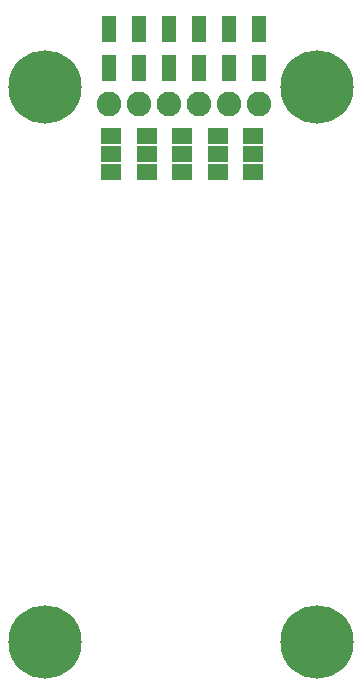
<source format=gts>
G75*
%MOIN*%
%OFA0B0*%
%FSLAX24Y24*%
%IPPOS*%
%LPD*%
%AMOC8*
5,1,8,0,0,1.08239X$1,22.5*
%
%ADD10R,0.0710X0.0540*%
%ADD11C,0.0820*%
%ADD12R,0.0474X0.0867*%
%ADD13OC8,0.0740*%
%ADD14R,0.0277X0.0277*%
%ADD15C,0.2442*%
D10*
X004520Y020928D03*
X004520Y021528D03*
X004520Y022128D03*
X005701Y022128D03*
X005701Y021528D03*
X005701Y020928D03*
X006882Y020928D03*
X006882Y021528D03*
X006882Y022128D03*
X008063Y022128D03*
X008063Y021528D03*
X008063Y020928D03*
X009244Y020928D03*
X009244Y021528D03*
X009244Y022128D03*
D11*
X009441Y023181D03*
X008441Y023181D03*
X007441Y023181D03*
X006441Y023181D03*
X005441Y023181D03*
X004441Y023181D03*
D12*
X004441Y024382D03*
X004441Y025681D03*
X005441Y025681D03*
X005441Y024382D03*
X006441Y024382D03*
X006441Y025681D03*
X007441Y025681D03*
X007441Y024382D03*
X008441Y024382D03*
X008441Y025681D03*
X009441Y025681D03*
X009441Y024382D03*
D13*
X007422Y023181D03*
X006422Y023181D03*
D14*
X008063Y022178D03*
X008063Y021508D03*
D15*
X002315Y005268D03*
X002315Y023772D03*
X011370Y023772D03*
X011370Y005268D03*
M02*

</source>
